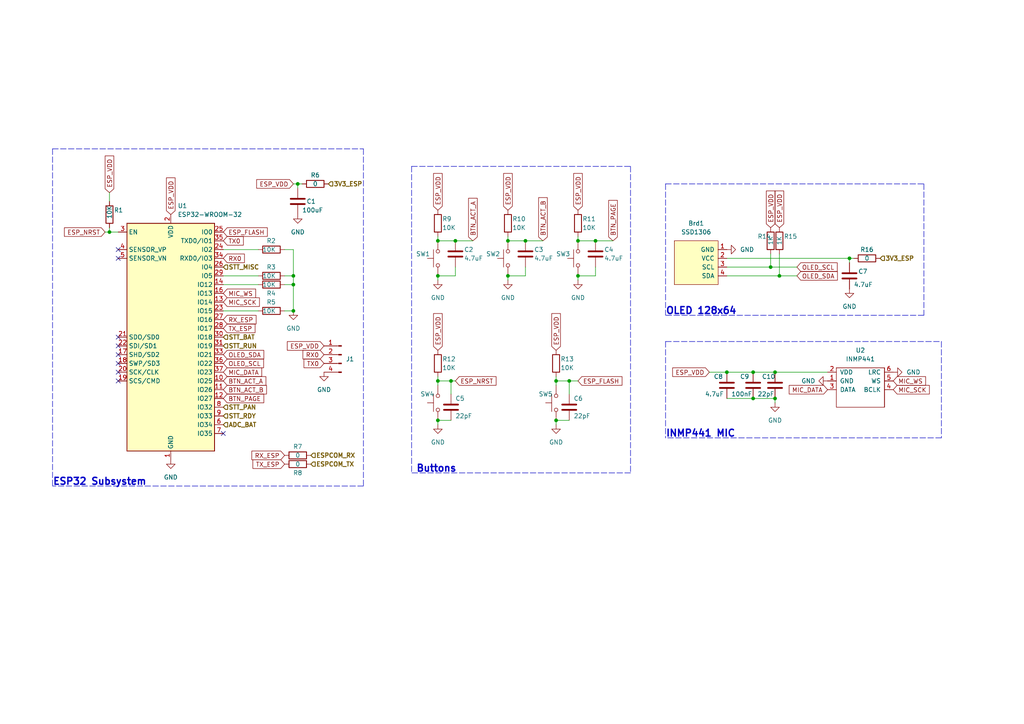
<source format=kicad_sch>
(kicad_sch (version 20211123) (generator eeschema)
  (paper "A4")
  (title_block (title "Audiometry ESP32 User Interface") (date "2023-02-01") (rev "P3 v2"))
  (lib_symbols
    (symbol "Connector:Conn_01x04_Male" (pin_names (offset 1.016) hide)
      (property "Reference" "J" (at 0 5.08 0))
      (property "Value" "Conn_01x04_Male" (at 0 -7.62 0))
      (symbol "Conn_01x04_Male_1_1"
        (polyline (pts (xy 1.27 -5.08) (xy 0.8636 -5.08)) (stroke (width 0.1524)))
        (polyline (pts (xy 1.27 -2.54) (xy 0.8636 -2.54)) (stroke (width 0.1524)))
        (polyline (pts (xy 1.27 0) (xy 0.8636 0)) (stroke (width 0.1524)))
        (polyline (pts (xy 1.27 2.54) (xy 0.8636 2.54)) (stroke (width 0.1524)))
        (rectangle (start 0.8636 -4.953) (end 0 -5.207) (stroke (width 0.1524)) (fill (type outline)))
        (rectangle (start 0.8636 -2.413) (end 0 -2.667) (stroke (width 0.1524)) (fill (type outline)))
        (rectangle (start 0.8636 0.127) (end 0 -0.127) (stroke (width 0.1524)) (fill (type outline)))
        (rectangle (start 0.8636 2.667) (end 0 2.413) (stroke (width 0.1524)) (fill (type outline)))
        (pin passive line (at 5.08 2.54 180) (length 3.81) (name "Pin_1") (number "1"))
        (pin passive line (at 5.08 0 180) (length 3.81) (name "Pin_2") (number "2"))
        (pin passive line (at 5.08 -2.54 180) (length 3.81) (name "Pin_3") (number "3"))
        (pin passive line (at 5.08 -5.08 180) (length 3.81) (name "Pin_4") (number "4"))
      )
    )
    (symbol "Device:C" (pin_numbers hide) (pin_names (offset 0.254))
      (property "Reference" "C" (at 0.635 2.54 0))
      (property "Value" "C" (at 0.635 -2.54 0))
      (symbol "C_0_1"
        (polyline (pts (xy -2.032 -0.762) (xy 2.032 -0.762)) (stroke (width 0.508)))
        (polyline (pts (xy -2.032 0.762) (xy 2.032 0.762)) (stroke (width 0.508)))
      )
      (symbol "C_1_1"
        (pin passive line (at 0 3.81 270) (length 2.794) (name "~") (number "1"))
        (pin passive line (at 0 -3.81 90) (length 2.794) (name "~") (number "2"))
      )
    )
    (symbol "Device:R" (pin_numbers hide) (pin_names (offset 0))
      (property "Reference" "R" (at 2.032 0 90))
      (property "Value" "R" (at 0 0 90))
      (symbol "R_0_1"
        (rectangle (start -1.016 -2.54) (end 1.016 2.54) (stroke (width 0.254)))
      )
      (symbol "R_1_1"
        (pin passive line (at 0 3.81 270) (length 1.27) (name "~") (number "1"))
        (pin passive line (at 0 -3.81 90) (length 1.27) (name "~") (number "2"))
      )
    )
    (symbol "INMP441:INMP441" (pin_names (offset 1.016))
      (property "Reference" "U" (at 0 0 0))
      (property "Value" "INMP441" (at 0 -12.7 0))
      (symbol "INMP441_0_1"
        (rectangle (start -7.62 -2.54) (end 6.35 -2.54))
        (rectangle (start 6.35 -13.97) (end -7.62 -2.54))
        (rectangle (start 6.35 -2.54) (end 6.35 -13.97))
      )
      (symbol "INMP441_1_1"
        (pin power_out line (at -10.16 -6.35 0) (length 2.54) (name "GND") (number "1"))
        (pin power_in line (at -10.16 -3.81 0) (length 2.54) (name "VDD") (number "2"))
        (pin output line (at -10.16 -8.89 0) (length 2.54) (name "DATA") (number "3"))
        (pin input line (at 8.89 -8.89 180) (length 2.54) (name "BCLK") (number "4"))
        (pin input line (at 8.89 -6.35 180) (length 2.54) (name "WS") (number "5"))
        (pin input line (at 8.89 -3.81 180) (length 2.54) (name "LRC") (number "6"))
      )
    )
    (symbol "RF_Module:ESP32-WROOM-32"
      (property "Reference" "U" (at -12.7 34.29 0))
      (property "Value" "ESP32-WROOM-32" (at 1.27 34.29 0))
      (symbol "ESP32-WROOM-32_0_1"
        (rectangle (start -12.7 33.02) (end 12.7 -33.02) (stroke (width 0.254)) (fill (type background)))
      )
      (symbol "ESP32-WROOM-32_1_1"
        (pin power_in line (at 0 -35.56 90) (length 2.54) (name "GND") (number "1"))
        (pin bidirectional line (at 15.24 -12.7 180) (length 2.54) (name "IO25") (number "10"))
        (pin bidirectional line (at 15.24 -15.24 180) (length 2.54) (name "IO26") (number "11"))
        (pin bidirectional line (at 15.24 -17.78 180) (length 2.54) (name "IO27") (number "12"))
        (pin bidirectional line (at 15.24 10.16 180) (length 2.54) (name "IO14") (number "13"))
        (pin bidirectional line (at 15.24 15.24 180) (length 2.54) (name "IO12") (number "14"))
        (pin passive line (at 0 -35.56 90) (length 2.54) hide (name "GND") (number "15"))
        (pin bidirectional line (at 15.24 12.7 180) (length 2.54) (name "IO13") (number "16"))
        (pin bidirectional line (at -15.24 -5.08 0) (length 2.54) (name "SHD/SD2") (number "17"))
        (pin bidirectional line (at -15.24 -7.62 0) (length 2.54) (name "SWP/SD3") (number "18"))
        (pin bidirectional line (at -15.24 -12.7 0) (length 2.54) (name "SCS/CMD") (number "19"))
        (pin power_in line (at 0 35.56 270) (length 2.54) (name "VDD") (number "2"))
        (pin bidirectional line (at -15.24 -10.16 0) (length 2.54) (name "SCK/CLK") (number "20"))
        (pin bidirectional line (at -15.24 0 0) (length 2.54) (name "SDO/SD0") (number "21"))
        (pin bidirectional line (at -15.24 -2.54 0) (length 2.54) (name "SDI/SD1") (number "22"))
        (pin bidirectional line (at 15.24 7.62 180) (length 2.54) (name "IO15") (number "23"))
        (pin bidirectional line (at 15.24 25.4 180) (length 2.54) (name "IO2") (number "24"))
        (pin bidirectional line (at 15.24 30.48 180) (length 2.54) (name "IO0") (number "25"))
        (pin bidirectional line (at 15.24 20.32 180) (length 2.54) (name "IO4") (number "26"))
        (pin bidirectional line (at 15.24 5.08 180) (length 2.54) (name "IO16") (number "27"))
        (pin bidirectional line (at 15.24 2.54 180) (length 2.54) (name "IO17") (number "28"))
        (pin bidirectional line (at 15.24 17.78 180) (length 2.54) (name "IO5") (number "29"))
        (pin input line (at -15.24 30.48 0) (length 2.54) (name "EN") (number "3"))
        (pin bidirectional line (at 15.24 0 180) (length 2.54) (name "IO18") (number "30"))
        (pin bidirectional line (at 15.24 -2.54 180) (length 2.54) (name "IO19") (number "31"))
        (pin no_connect line (at -12.7 -27.94 0) (length 2.54) hide (name "NC") (number "32"))
        (pin bidirectional line (at 15.24 -5.08 180) (length 2.54) (name "IO21") (number "33"))
        (pin bidirectional line (at 15.24 22.86 180) (length 2.54) (name "RXD0/IO3") (number "34"))
        (pin bidirectional line (at 15.24 27.94 180) (length 2.54) (name "TXD0/IO1") (number "35"))
        (pin bidirectional line (at 15.24 -7.62 180) (length 2.54) (name "IO22") (number "36"))
        (pin bidirectional line (at 15.24 -10.16 180) (length 2.54) (name "IO23") (number "37"))
        (pin passive line (at 0 -35.56 90) (length 2.54) hide (name "GND") (number "38"))
        (pin passive line (at 0 -35.56 90) (length 2.54) hide (name "GND") (number "39"))
        (pin input line (at -15.24 25.4 0) (length 2.54) (name "SENSOR_VP") (number "4"))
        (pin input line (at -15.24 22.86 0) (length 2.54) (name "SENSOR_VN") (number "5"))
        (pin input line (at 15.24 -25.4 180) (length 2.54) (name "IO34") (number "6"))
        (pin input line (at 15.24 -27.94 180) (length 2.54) (name "IO35") (number "7"))
        (pin bidirectional line (at 15.24 -20.32 180) (length 2.54) (name "IO32") (number "8"))
        (pin bidirectional line (at 15.24 -22.86 180) (length 2.54) (name "IO33") (number "9"))
      )
    )
    (symbol "SSD1306-128x64_OLED:SSD1306" (pin_names (offset 1.016))
      (property "Reference" "Brd" (at 0 -3.81 0))
      (property "Value" "SSD1306" (at 0 -1.27 0))
      (symbol "SSD1306_0_1"
        (rectangle (start -6.35 6.35) (end 6.35 -6.35) (fill (type background)))
      )
      (symbol "SSD1306_1_1"
        (pin input line (at -3.81 8.89 270) (length 2.54) (name "GND") (number "1"))
        (pin input line (at -1.27 8.89 270) (length 2.54) (name "VCC") (number "2"))
        (pin input line (at 1.27 8.89 270) (length 2.54) (name "SCL") (number "3"))
        (pin input line (at 3.81 8.89 270) (length 2.54) (name "SDA") (number "4"))
      )
    )
    (symbol "Switch:SW_Push" (pin_numbers hide) (pin_names (offset 1.016) hide)
      (property "Reference" "SW" (at 1.27 2.54 0))
      (property "Value" "SW_Push" (at 0 -1.524 0))
      (symbol "SW_Push_0_1"
        (circle (center -2.032 0) (radius 0.508))
        (polyline (pts (xy 0 1.27) (xy 0 3.048)))
        (polyline (pts (xy 2.54 1.27) (xy -2.54 1.27)))
        (circle (center 2.032 0) (radius 0.508))
        (pin passive line (at -5.08 0 0) (length 2.54) (name "1") (number "1"))
        (pin passive line (at 5.08 0 180) (length 2.54) (name "2") (number "2"))
      )
    )
    (symbol "power:GND" (power) (pin_names (offset 0))
      (property "Value" "GND" (at 0 -3.81 0))
      (symbol "GND_0_1"
        (polyline (pts (xy 0 0) (xy 0 -1.27) (xy 1.27 -1.27) (xy 0 -2.54) (xy -1.27 -1.27) (xy 0 -1.27)))
      )
      (symbol "GND_1_1"
        (pin power_in line (at 0 0 270) (length 0) hide (name "GND") (number "1"))
      )
    )
  )
  (junction (at 147.32 80.01))
  (junction (at 167.64 80.01))
  (junction (at 85.09 90.17))
  (junction (at 85.09 82.55))
  (junction (at 224.79 115.57))
  (junction (at 165.1 110.49))
  (junction (at 127 110.49))
  (junction (at 218.44 115.57))
  (junction (at 161.29 110.49))
  (junction (at 147.32 69.85))
  (junction (at 127 80.01))
  (junction (at 132.08 69.85))
  (junction (at 226.06 80.01))
  (junction (at 85.09 80.01))
  (junction (at 210.82 107.95))
  (junction (at 86.36 53.34))
  (junction (at 223.52 77.47))
  (junction (at 161.29 121.92))
  (junction (at 127 121.92))
  (junction (at 218.44 107.95))
  (junction (at 172.72 69.85))
  (junction (at 31.75 67.31))
  (junction (at 224.79 107.95))
  (junction (at 130.81 110.49))
  (junction (at 167.64 69.85))
  (junction (at 246.38 74.93))
  (junction (at 127 69.85))
  (junction (at 152.4 69.85))
  (no_connect (at 34.29 102.87))
  (no_connect (at 34.29 100.33))
  (no_connect (at 34.29 97.79))
  (no_connect (at 34.29 72.39))
  (no_connect (at 34.29 74.93))
  (no_connect (at 34.29 110.49))
  (no_connect (at 34.29 107.95))
  (no_connect (at 34.29 105.41))
  (no_connect (at 64.77 125.73))
  (wire (pts (xy 86.36 53.34) (xy 87.63 53.34)))
  (wire (pts (xy 224.79 107.95) (xy 240.03 107.95)))
  (wire (pts (xy 31.75 67.31) (xy 31.75 66.04)))
  (polyline (pts (xy 15.24 43.18) (xy 15.24 140.97)))
  (wire (pts (xy 85.09 80.01) (xy 85.09 82.55)))
  (wire (pts (xy 172.72 77.47) (xy 172.72 80.01)))
  (wire (pts (xy 85.09 72.39) (xy 85.09 80.01)))
  (polyline (pts (xy 182.88 137.16) (xy 119.38 137.16)))
  (wire (pts (xy 85.09 82.55) (xy 85.09 90.17)))
  (wire (pts (xy 127 111.76) (xy 127 110.49)))
  (wire (pts (xy 165.1 110.49) (xy 161.29 110.49)))
  (wire (pts (xy 210.82 115.57) (xy 218.44 115.57)))
  (wire (pts (xy 161.29 110.49) (xy 161.29 109.22)))
  (wire (pts (xy 130.81 114.3) (xy 130.81 110.49)))
  (wire (pts (xy 223.52 77.47) (xy 231.14 77.47)))
  (wire (pts (xy 152.4 77.47) (xy 152.4 80.01)))
  (wire (pts (xy 34.29 67.31) (xy 31.75 67.31)))
  (polyline (pts (xy 182.88 48.26) (xy 182.88 137.16)))
  (wire (pts (xy 247.65 74.93) (xy 246.38 74.93)))
  (wire (pts (xy 130.81 121.92) (xy 127 121.92)))
  (wire (pts (xy 161.29 111.76) (xy 161.29 110.49)))
  (wire (pts (xy 218.44 107.95) (xy 224.79 107.95)))
  (polyline (pts (xy 273.05 127) (xy 193.04 127)))
  (wire (pts (xy 167.64 68.58) (xy 167.64 69.85)))
  (polyline (pts (xy 193.04 53.34) (xy 193.04 91.44)))
  (wire (pts (xy 31.75 55.88) (xy 31.75 58.42)))
  (wire (pts (xy 210.82 107.95) (xy 218.44 107.95)))
  (wire (pts (xy 210.82 80.01) (xy 226.06 80.01)))
  (wire (pts (xy 30.48 67.31) (xy 31.75 67.31)))
  (wire (pts (xy 85.09 53.34) (xy 86.36 53.34)))
  (wire (pts (xy 224.79 116.84) (xy 224.79 115.57)))
  (wire (pts (xy 165.1 114.3) (xy 165.1 110.49)))
  (wire (pts (xy 147.32 68.58) (xy 147.32 69.85)))
  (wire (pts (xy 165.1 121.92) (xy 161.29 121.92)))
  (wire (pts (xy 132.08 69.85) (xy 137.16 69.85)))
  (wire (pts (xy 132.08 80.01) (xy 127 80.01)))
  (wire (pts (xy 246.38 74.93) (xy 210.82 74.93)))
  (polyline (pts (xy 267.97 53.34) (xy 267.97 91.44)))
  (wire (pts (xy 86.36 53.34) (xy 86.36 54.61)))
  (wire (pts (xy 130.81 110.49) (xy 132.08 110.49)))
  (wire (pts (xy 132.08 77.47) (xy 132.08 80.01)))
  (wire (pts (xy 64.77 80.01) (xy 74.93 80.01)))
  (wire (pts (xy 161.29 121.92) (xy 161.29 123.19)))
  (wire (pts (xy 172.72 80.01) (xy 167.64 80.01)))
  (wire (pts (xy 127 68.58) (xy 127 69.85)))
  (wire (pts (xy 64.77 72.39) (xy 74.93 72.39)))
  (polyline (pts (xy 193.04 99.06) (xy 193.04 127)))
  (wire (pts (xy 147.32 69.85) (xy 152.4 69.85)))
  (wire (pts (xy 74.93 90.17) (xy 64.77 90.17)))
  (wire (pts (xy 127 110.49) (xy 127 109.22)))
  (wire (pts (xy 82.55 80.01) (xy 85.09 80.01)))
  (wire (pts (xy 167.64 80.01) (xy 167.64 81.28)))
  (wire (pts (xy 246.38 74.93) (xy 246.38 76.2)))
  (wire (pts (xy 130.81 110.49) (xy 127 110.49)))
  (wire (pts (xy 210.82 77.47) (xy 223.52 77.47)))
  (polyline (pts (xy 119.38 48.26) (xy 182.88 48.26)))
  (wire (pts (xy 218.44 115.57) (xy 224.79 115.57)))
  (polyline (pts (xy 193.04 53.34) (xy 267.97 53.34)))
  (wire (pts (xy 167.64 69.85) (xy 172.72 69.85)))
  (polyline (pts (xy 105.41 140.97) (xy 15.24 140.97)))
  (wire (pts (xy 226.06 73.66) (xy 226.06 80.01)))
  (wire (pts (xy 64.77 82.55) (xy 74.93 82.55)))
  (wire (pts (xy 226.06 80.01) (xy 231.14 80.01)))
  (polyline (pts (xy 273.05 99.06) (xy 273.05 127)))
  (wire (pts (xy 82.55 72.39) (xy 85.09 72.39)))
  (wire (pts (xy 165.1 110.49) (xy 167.64 110.49)))
  (wire (pts (xy 152.4 80.01) (xy 147.32 80.01)))
  (wire (pts (xy 147.32 80.01) (xy 147.32 81.28)))
  (polyline (pts (xy 193.04 99.06) (xy 273.05 99.06)))
  (polyline (pts (xy 15.24 43.18) (xy 105.41 43.18)))
  (wire (pts (xy 152.4 69.85) (xy 157.48 69.85)))
  (wire (pts (xy 205.74 107.95) (xy 210.82 107.95)))
  (polyline (pts (xy 267.97 91.44) (xy 193.04 91.44)))
  (wire (pts (xy 223.52 73.66) (xy 223.52 77.47)))
  (wire (pts (xy 127 80.01) (xy 127 81.28)))
  (wire (pts (xy 127 121.92) (xy 127 123.19)))
  (polyline (pts (xy 105.41 43.18) (xy 105.41 140.97)))
  (wire (pts (xy 127 69.85) (xy 132.08 69.85)))
  (polyline (pts (xy 119.38 48.26) (xy 119.38 137.16)))
  (wire (pts (xy 82.55 82.55) (xy 85.09 82.55)))
  (wire (pts (xy 82.55 90.17) (xy 85.09 90.17)))
  (wire (pts (xy 172.72 69.85) (xy 177.8 69.85)))
  (text "Buttons" (at 120.65 137.16 0) (effects (font (size 2 2) (thickness 0.4) bold) (justify left bottom)))
  (text "ESP32 Subsystem" (at 15.24 140.97 0) (effects (font (size 2 2) (thickness 0.4) bold) (justify left bottom)))
  (text "INMP441 MIC" (at 193.04 127 0) (effects (font (size 2 2) bold) (justify left bottom)))
  (text "OLED 128x64\n" (at 193.04 91.44 0) (effects (font (size 2 2) bold) (justify left bottom)))
  (global_label "ESP_VDD" (shape input) (at 226.06 66.04 90) (property "Intersheet References" "${INTERSHEET_REFS}" (effects hide)))
  (global_label "RX0" (shape input) (at 64.77 74.93 0) (property "Intersheet References" "${INTERSHEET_REFS}" (effects hide)))
  (global_label "OLED_SDA" (shape input) (at 64.77 102.87 0) (property "Intersheet References" "${INTERSHEET_REFS}" (effects hide)))
  (global_label "ESP_VDD" (shape input) (at 93.98 100.33 180) (property "Intersheet References" "${INTERSHEET_REFS}" (effects hide)))
  (global_label "OLED_SCL" (shape input) (at 231.14 77.47 0) (property "Intersheet References" "${INTERSHEET_REFS}" (effects hide)))
  (global_label "RX_ESP" (shape input) (at 82.55 132.08 180) (property "Intersheet References" "${INTERSHEET_REFS}" (effects hide)))
  (global_label "ESP_FLASH" (shape input) (at 64.77 67.31 0) (property "Intersheet References" "${INTERSHEET_REFS}" (effects hide)))
  (global_label "ESP_VDD" (shape input) (at 85.09 53.34 180) (property "Intersheet References" "${INTERSHEET_REFS}" (effects hide)))
  (global_label "MIC_SCK" (shape input) (at 64.77 87.63 0) (property "Intersheet References" "${INTERSHEET_REFS}" (effects hide)))
  (global_label "BTN_ACT_B" (shape input) (at 64.77 113.03 0) (property "Intersheet References" "${INTERSHEET_REFS}" (effects hide)))
  (global_label "MIC_WS" (shape input) (at 259.08 110.49 0) (property "Intersheet References" "${INTERSHEET_REFS}" (effects hide)))
  (global_label "MIC_DATA" (shape input) (at 240.03 113.03 180) (property "Intersheet References" "${INTERSHEET_REFS}" (effects hide)))
  (global_label "MIC_SCK" (shape input) (at 259.08 113.03 0) (property "Intersheet References" "${INTERSHEET_REFS}" (effects hide)))
  (global_label "MIC_DATA" (shape input) (at 64.77 107.95 0) (property "Intersheet References" "${INTERSHEET_REFS}" (effects hide)))
  (global_label "MIC_WS" (shape input) (at 64.77 85.09 0) (property "Intersheet References" "${INTERSHEET_REFS}" (effects hide)))
  (global_label "ESP_VDD" (shape input) (at 161.29 101.6 90) (property "Intersheet References" "${INTERSHEET_REFS}" (effects hide)))
  (global_label "OLED_SDA" (shape input) (at 231.14 80.01 0) (property "Intersheet References" "${INTERSHEET_REFS}" (effects hide)))
  (global_label "BTN_ACT_A" (shape input) (at 137.16 69.85 90) (property "Intersheet References" "${INTERSHEET_REFS}" (effects hide)))
  (global_label "OLED_SCL" (shape input) (at 64.77 105.41 0) (property "Intersheet References" "${INTERSHEET_REFS}" (effects hide)))
  (global_label "ESP_NRST" (shape input) (at 132.08 110.49 0) (property "Intersheet References" "${INTERSHEET_REFS}" (effects hide)))
  (global_label "ESP_VDD" (shape input) (at 49.53 62.23 90) (property "Intersheet References" "${INTERSHEET_REFS}" (effects hide)))
  (global_label "ESP_VDD" (shape input) (at 127 101.6 90) (property "Intersheet References" "${INTERSHEET_REFS}" (effects hide)))
  (global_label "TX_ESP" (shape input) (at 82.55 134.62 180) (property "Intersheet References" "${INTERSHEET_REFS}" (effects hide)))
  (global_label "ESP_VDD" (shape input) (at 205.74 107.95 180) (property "Intersheet References" "${INTERSHEET_REFS}" (effects hide)))
  (global_label "BTN_PAGE" (shape input) (at 64.77 115.57 0) (property "Intersheet References" "${INTERSHEET_REFS}" (effects hide)))
  (global_label "BTN_PAGE" (shape input) (at 177.8 69.85 90) (property "Intersheet References" "${INTERSHEET_REFS}" (effects hide)))
  (global_label "ESP_VDD" (shape input) (at 127 60.96 90) (property "Intersheet References" "${INTERSHEET_REFS}" (effects hide)))
  (global_label "ESP_VDD" (shape input) (at 147.32 60.96 90) (property "Intersheet References" "${INTERSHEET_REFS}" (effects hide)))
  (global_label "BTN_ACT_B" (shape input) (at 157.48 69.85 90) (property "Intersheet References" "${INTERSHEET_REFS}" (effects hide)))
  (global_label "ESP_FLASH" (shape input) (at 167.64 110.49 0) (property "Intersheet References" "${INTERSHEET_REFS}" (effects hide)))
  (global_label "TX0" (shape input) (at 64.77 69.85 0) (property "Intersheet References" "${INTERSHEET_REFS}" (effects hide)))
  (global_label "RX0" (shape input) (at 93.98 102.87 180) (property "Intersheet References" "${INTERSHEET_REFS}" (effects hide)))
  (global_label "ESP_VDD" (shape input) (at 223.52 66.04 90) (property "Intersheet References" "${INTERSHEET_REFS}" (effects hide)))
  (global_label "ESP_VDD" (shape input) (at 31.75 55.88 90) (property "Intersheet References" "${INTERSHEET_REFS}" (effects hide)))
  (global_label "BTN_ACT_A" (shape input) (at 64.77 110.49 0) (property "Intersheet References" "${INTERSHEET_REFS}" (effects hide)))
  (global_label "RX_ESP" (shape input) (at 64.77 92.71 0) (property "Intersheet References" "${INTERSHEET_REFS}" (effects hide)))
  (global_label "TX_ESP" (shape input) (at 64.77 95.25 0) (property "Intersheet References" "${INTERSHEET_REFS}" (effects hide)))
  (global_label "ESP_VDD" (shape input) (at 167.64 60.96 90) (property "Intersheet References" "${INTERSHEET_REFS}" (effects hide)))
  (global_label "TX0" (shape input) (at 93.98 105.41 180) (property "Intersheet References" "${INTERSHEET_REFS}" (effects hide)))
  (global_label "ESP_NRST" (shape input) (at 30.48 67.31 180) (property "Intersheet References" "${INTERSHEET_REFS}" (effects hide)))
  (hierarchical_label "3V3_ESP" (shape input) (at 255.27 74.93 0) (effects (font (thickness 0.254) bold)))
  (hierarchical_label "STT_RDY" (shape input) (at 64.77 120.65 0) (effects (font (thickness 0.254) bold)))
  (hierarchical_label "STT_PAN" (shape input) (at 64.77 118.11 0) (effects (font (thickness 0.254) bold)))
  (hierarchical_label "STT_BAT" (shape input) (at 64.77 97.79 0) (effects (font (thickness 0.254) bold)))
  (hierarchical_label "3V3_ESP" (shape input) (at 95.25 53.34 0) (effects (font (thickness 0.254) bold)))
  (hierarchical_label "STT_MISC" (shape input) (at 64.77 77.47 0) (effects (font (thickness 0.254) bold)))
  (hierarchical_label "ADC_BAT" (shape input) (at 64.77 123.19 0) (effects (font (thickness 0.254) bold)))
  (hierarchical_label "ESPCOM_RX" (shape input) (at 90.17 132.08 0) (effects (font (thickness 0.254) bold)))
  (hierarchical_label "STT_RUN" (shape input) (at 64.77 100.33 0) (effects (font (thickness 0.254) bold)))
  (hierarchical_label "ESPCOM_TX" (shape input) (at 90.17 134.62 0) (effects (font (thickness 0.254) bold)))
  (symbol (lib_id "power:GND") (at 127 123.19 0) (unit 1)
    (property "Reference" "#PWR08" (effects hide))
    (property "Value" "GND" (at 127 128.27 0))
  )
  (symbol (lib_id "Connector:Conn_01x04_Male") (at 99.06 102.87 0) (mirror y) (unit 1)
    (property "Reference" "J1" (at 100.33 104.1399 0) (effects (justify right)))
    (property "Value" "Conn_01x04_Male" (effects hide))
  )
  (symbol (lib_id "power:GND") (at 246.38 83.82 0) (unit 1)
    (property "Reference" "#PWR011" (effects hide))
    (property "Value" "GND" (at 246.38 88.9 0))
  )
  (symbol (lib_id "Device:C") (at 152.4 73.66 0) (unit 1)
    (property "Reference" "C3" (at 154.94 72.39 0) (effects (justify left)))
    (property "Value" "4.7uF" (at 154.94 74.93 0) (effects (justify left)))
  )
  (symbol (lib_id "Device:R") (at 78.74 80.01 90) (unit 1)
    (property "Reference" "R3" (at 80.01 77.47 90) (effects (justify left)))
    (property "Value" "10K" (at 80.01 80.01 90) (effects (justify left)))
  )
  (symbol (lib_id "power:GND") (at 224.79 116.84 0) (unit 1)
    (property "Reference" "#PWR012" (effects hide))
    (property "Value" "GND" (at 224.79 121.92 0))
  )
  (symbol (lib_id "power:GND") (at 85.09 90.17 0) (unit 1)
    (property "Reference" "#PWR02" (effects hide))
    (property "Value" "GND" (at 85.09 95.25 0))
  )
  (symbol (lib_id "Device:R") (at 86.36 132.08 90) (unit 1)
    (property "Reference" "R7" (at 86.36 129.54 90))
    (property "Value" "0" (at 86.36 132.08 90))
  )
  (symbol (lib_id "SSD1306-128x64_OLED:SSD1306") (at 201.93 76.2 270) (unit 1)
    (property "Reference" "Brd1" (at 201.93 64.77 90))
    (property "Value" "SSD1306" (at 201.93 67.31 90))
  )
  (symbol (lib_id "Switch:SW_Push") (at 147.32 74.93 90) (unit 1)
    (property "Reference" "SW2" (at 140.97 73.66 90) (effects (justify right)))
    (property "Value" "SW_Push" (effects hide))
  )
  (symbol (lib_id "Device:R") (at 31.75 62.23 0) (unit 1)
    (property "Reference" "R1" (at 33.02 60.96 0) (effects (justify left)))
    (property "Value" "10K" (at 31.75 63.5 90) (effects (justify left)))
  )
  (symbol (lib_id "power:GND") (at 240.03 110.49 270) (unit 1)
    (property "Reference" "#PWR013" (effects hide))
    (property "Value" "GND" (at 232.41 110.49 90) (effects (justify left)))
  )
  (symbol (lib_id "power:GND") (at 167.64 81.28 0) (unit 1)
    (property "Reference" "#PWR07" (effects hide))
    (property "Value" "GND" (at 167.64 86.36 0))
  )
  (symbol (lib_id "Device:R") (at 127 64.77 0) (unit 1)
    (property "Reference" "R9" (at 128.27 63.5 0) (effects (justify left)))
    (property "Value" "10K" (at 128.27 66.04 0) (effects (justify left)))
  )
  (symbol (lib_id "Device:R") (at 127 105.41 0) (unit 1)
    (property "Reference" "R12" (at 128.27 104.14 0) (effects (justify left)))
    (property "Value" "10K" (at 128.27 106.68 0) (effects (justify left)))
  )
  (symbol (lib_id "RF_Module:ESP32-WROOM-32") (at 49.53 97.79 0) (unit 1)
    (property "Reference" "U1" (at 51.5494 59.69 0) (effects (justify left)))
    (property "Value" "ESP32-WROOM-32" (at 51.5494 62.23 0) (effects (justify left)))
    (property "Footprint" "RF_Module:ESP32-WROOM-32" (effects hide))
    (property "Datasheet" "https://www.espressif.com/sites/default/files/documentation/esp32-wroom-32_datasheet_en.pdf" (effects hide))
  )
  (symbol (lib_id "power:GND") (at 127 81.28 0) (unit 1)
    (property "Reference" "#PWR05" (effects hide))
    (property "Value" "GND" (at 127 86.36 0))
  )
  (symbol (lib_id "power:GND") (at 147.32 81.28 0) (unit 1)
    (property "Reference" "#PWR06" (effects hide))
    (property "Value" "GND" (at 147.32 86.36 0))
  )
  (symbol (lib_id "Device:R") (at 147.32 64.77 0) (unit 1)
    (property "Reference" "R10" (at 148.59 63.5 0) (effects (justify left)))
    (property "Value" "10K" (at 148.59 66.04 0) (effects (justify left)))
  )
  (symbol (lib_id "Device:R") (at 91.44 53.34 90) (unit 1)
    (property "Reference" "R6" (at 91.44 50.8 90))
    (property "Value" "0" (at 91.44 53.34 90))
  )
  (symbol (lib_id "Device:C") (at 218.44 111.76 0) (unit 1)
    (property "Reference" "C9" (at 214.63 109.22 0) (effects (justify left)))
    (property "Value" "100nF" (at 212.09 114.3 0) (effects (justify left)))
  )
  (symbol (lib_id "INMP441:INMP441") (at 250.19 104.14 0) (unit 1)
    (property "Reference" "U2" (at 249.555 101.6 0))
    (property "Value" "INMP441" (at 249.555 104.14 0))
  )
  (symbol (lib_id "power:GND") (at 161.29 123.19 0) (unit 1)
    (property "Reference" "#PWR09" (effects hide))
    (property "Value" "GND" (at 161.29 128.27 0))
  )
  (symbol (lib_id "Device:R") (at 78.74 72.39 90) (unit 1)
    (property "Reference" "R2" (at 80.01 69.85 90) (effects (justify left)))
    (property "Value" "10K" (at 80.01 72.39 90) (effects (justify left)))
  )
  (symbol (lib_id "Switch:SW_Push") (at 127 74.93 90) (unit 1)
    (property "Reference" "SW1" (at 120.65 73.66 90) (effects (justify right)))
    (property "Value" "SW_Push" (effects hide))
  )
  (symbol (lib_id "Device:R") (at 167.64 64.77 0) (unit 1)
    (property "Reference" "R11" (at 168.91 63.5 0) (effects (justify left)))
    (property "Value" "10K" (at 168.91 66.04 0) (effects (justify left)))
  )
  (symbol (lib_id "Device:C") (at 246.38 80.01 0) (unit 1)
    (property "Reference" "C7" (at 248.92 78.74 0) (effects (justify left)))
    (property "Value" "4.7uF" (at 247.65 82.55 0) (effects (justify left)))
  )
  (symbol (lib_id "Device:C") (at 132.08 73.66 0) (unit 1)
    (property "Reference" "C2" (at 134.62 72.39 0) (effects (justify left)))
    (property "Value" "4.7uF" (at 134.62 74.93 0) (effects (justify left)))
  )
  (symbol (lib_id "Device:R") (at 78.74 82.55 90) (unit 1)
    (property "Reference" "R4" (at 80.01 85.09 90) (effects (justify left)))
    (property "Value" "10K" (at 80.01 82.55 90) (effects (justify left)))
  )
  (symbol (lib_id "power:GND") (at 210.82 72.39 90) (unit 1)
    (property "Reference" "#PWR010" (effects hide))
    (property "Value" "GND" (at 214.63 72.3899 90) (effects (justify right)))
  )
  (symbol (lib_id "Device:R") (at 223.52 69.85 0) (unit 1)
    (property "Reference" "R14" (at 219.71 68.58 0) (effects (justify left)))
    (property "Value" "1K" (at 223.52 71.12 90) (effects (justify left)))
  )
  (symbol (lib_id "Device:R") (at 78.74 90.17 90) (unit 1)
    (property "Reference" "R5" (at 80.01 87.63 90) (effects (justify left)))
    (property "Value" "10K" (at 80.01 90.17 90) (effects (justify left)))
  )
  (symbol (lib_id "power:GND") (at 93.98 107.95 0) (unit 1)
    (property "Reference" "#PWR04" (effects hide))
    (property "Value" "GND" (at 93.98 113.03 0))
  )
  (symbol (lib_id "Device:R") (at 226.06 69.85 0) (unit 1)
    (property "Reference" "R15" (at 227.33 68.58 0) (effects (justify left)))
    (property "Value" "1K" (at 226.06 71.12 90) (effects (justify left)))
  )
  (symbol (lib_id "Device:C") (at 130.81 118.11 0) (unit 1)
    (property "Reference" "C5" (at 132.08 115.57 0) (effects (justify left)))
    (property "Value" "22pF" (at 132.08 120.65 0) (effects (justify left)))
  )
  (symbol (lib_id "Device:R") (at 161.29 105.41 0) (unit 1)
    (property "Reference" "R13" (at 162.56 104.14 0) (effects (justify left)))
    (property "Value" "10K" (at 162.56 106.68 0) (effects (justify left)))
  )
  (symbol (lib_id "power:GND") (at 259.08 107.95 90) (unit 1)
    (property "Reference" "#PWR014" (effects hide))
    (property "Value" "GND" (at 262.89 107.9499 90) (effects (justify right)))
  )
  (symbol (lib_id "Device:C") (at 165.1 118.11 0) (unit 1)
    (property "Reference" "C6" (at 166.37 115.57 0) (effects (justify left)))
    (property "Value" "22pF" (at 166.37 120.65 0) (effects (justify left)))
  )
  (symbol (lib_id "Switch:SW_Push") (at 127 116.84 90) (unit 1)
    (property "Reference" "SW4" (at 121.92 114.3 90) (effects (justify right)))
    (property "Value" "SW_Push" (effects hide))
  )
  (symbol (lib_id "Device:C") (at 86.36 58.42 0) (unit 1)
    (property "Reference" "C1" (at 88.9 58.42 0) (effects (justify left)))
    (property "Value" "100uF" (at 87.63 60.96 0) (effects (justify left)))
  )
  (symbol (lib_id "Switch:SW_Push") (at 161.29 116.84 90) (unit 1)
    (property "Reference" "SW5" (at 156.21 114.3 90) (effects (justify right)))
    (property "Value" "SW_Push" (effects hide))
  )
  (symbol (lib_id "Switch:SW_Push") (at 167.64 74.93 90) (unit 1)
    (property "Reference" "SW3" (at 161.29 73.66 90) (effects (justify right)))
    (property "Value" "SW_Push" (effects hide))
  )
  (symbol (lib_id "Device:R") (at 251.46 74.93 90) (unit 1)
    (property "Reference" "R16" (at 251.46 72.39 90))
    (property "Value" "0" (at 251.46 74.93 90))
  )
  (symbol (lib_id "Device:R") (at 86.36 134.62 90) (unit 1)
    (property "Reference" "R8" (at 86.36 137.16 90))
    (property "Value" "0" (at 86.36 134.62 90))
  )
  (symbol (lib_id "power:GND") (at 86.36 62.23 0) (unit 1)
    (property "Reference" "#PWR03" (effects hide))
    (property "Value" "GND" (at 86.36 67.31 0))
  )
  (symbol (lib_id "power:GND") (at 49.53 133.35 0) (unit 1)
    (property "Reference" "#PWR01" (effects hide))
    (property "Value" "GND" (at 49.53 138.43 0))
  )
  (symbol (lib_id "Device:C") (at 210.82 111.76 0) (unit 1)
    (property "Reference" "C8" (at 207.01 109.22 0) (effects (justify left)))
    (property "Value" "4.7uF" (at 204.47 114.3 0) (effects (justify left)))
  )
  (symbol (lib_id "Device:C") (at 224.79 111.76 0) (unit 1)
    (property "Reference" "C10" (at 220.98 109.22 0) (effects (justify left)))
    (property "Value" "22pF" (at 219.71 114.3 0) (effects (justify left)))
  )
  (symbol (lib_id "Device:C") (at 172.72 73.66 0) (unit 1)
    (property "Reference" "C4" (at 175.26 72.39 0) (effects (justify left)))
    (property "Value" "4.7uF" (at 175.26 74.93 0) (effects (justify left)))
  )
)
</source>
